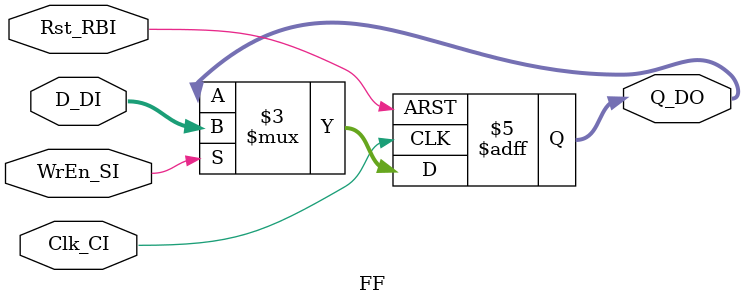
<source format=v>
/* ================================================================================
// Flip-flop template
// Author: Seyed Hadi Mirfarshbafan
// Date: 10/22/2019
// Project: SynTech
// ---- Description ---------------------------------------------------------------
// Positive-edge triggered FF with asynchronous reset and write enable
// ---- Input/Output specifications -----------------------------------------------
// D_DI     input data signal of FF
// Q_DO     output data signal of FF
// WrEn_SI  write enable signal (writes when active high)
// ================================================================================ */

module FF
#(
  parameter DATA_WIDTH = 10   // Number of bits for data
)
(   
  input                       Clk_CI,  // Clock signal
  input                       Rst_RBI, // Asynchronous active low reset
  input                       WrEn_SI, // Active High Write enable

  input      [DATA_WIDTH-1:0] D_DI,    // Input data to FF
   
  output reg [DATA_WIDTH-1:0] Q_DO     // Output data of FF
);

always @(posedge Clk_CI or negedge Rst_RBI)
  if(~Rst_RBI)
    Q_DO <= 0;
  else if(WrEn_SI)
    Q_DO <= D_DI;

endmodule

</source>
